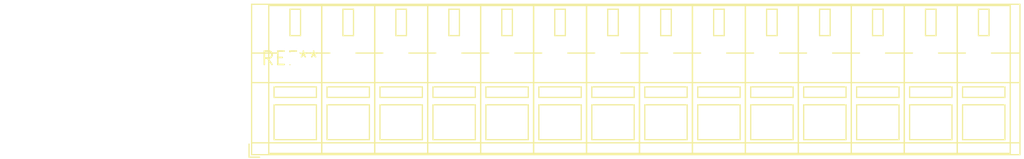
<source format=kicad_pcb>
(kicad_pcb (version 20240108) (generator pcbnew)
  (layers (0 "F.Cu" signal) (31 "B.Cu" signal) (34 "B.Paste" user) (35 "F.Paste" user) (36 "B.SilkS" user "B.Silkscreen") (37 "F.SilkS" user "F.Silkscreen") (38 "B.Mask" user) (39 "F.Mask" user) (44 "Edge.Cuts" user))
  (net 0 "")
  (footprint "TerminalBlock_WAGO_236-114_1x14_P5.00mm_45Degree" (layer "F.Cu") (at 0 0)
    (property "Reference" "REF**")
    (property "Value" "TerminalBlock_WAGO_236-114_1x14_P5.00mm_45Degree")
    (fp_line (start -3.86 8.12) (end -3.86 9.36) (layer "F.SilkS") (stroke (width 0.12)))
    (fp_line (start -3.86 9.36) (end -2.86 9.36) (layer "F.SilkS") (stroke (width 0.12)))
    (fp_line (start -3.62 -5.12) (end -3.62 9.12) (layer "F.SilkS") (stroke (width 0.12)))
    (fp_line (start -3.62 -5.12) (end 68.92 -5.12) (layer "F.SilkS") (stroke (width 0.12)))
    (fp_line (start -3.62 -0.5) (end -1.23 -0.5) (layer "F.SilkS") (stroke (width 0.12)))
    (fp_line (start -3.62 2.3) (end 68.92 2.3) (layer "F.SilkS") (stroke (width 0.12)))
    (fp_line (start -3.62 8) (end 68.92 8) (layer "F.SilkS") (stroke (width 0.12)))
    (fp_line (start -3.62 9.12) (end 68.92 9.12) (layer "F.SilkS") (stroke (width 0.12)))
    (fp_line (start -2 -5) (end -2 9) (layer "F.SilkS") (stroke (width 0.12)))
    (fp_line (start -2 -5) (end 3 -5) (layer "F.SilkS") (stroke (width 0.12)))
    (fp_line (start -2 9) (end 3 9) (layer "F.SilkS") (stroke (width 0.12)))
    (fp_line (start -1.5 2.7) (end -1.5 3.7) (layer "F.SilkS") (stroke (width 0.12)))
    (fp_line (start -1.5 2.7) (end 2.5 2.7) (layer "F.SilkS") (stroke (width 0.12)))
    (fp_line (start -1.5 3.7) (end 2.5 3.7) (layer "F.SilkS") (stroke (width 0.12)))
    (fp_line (start -1.5 4.4) (end -1.5 7.7) (layer "F.SilkS") (stroke (width 0.12)))
    (fp_line (start -1.5 4.4) (end 2.5 4.4) (layer "F.SilkS") (stroke (width 0.12)))
    (fp_line (start -1.5 7.7) (end 2.5 7.7) (layer "F.SilkS") (stroke (width 0.12)))
    (fp_line (start 0 -4.65) (end 0 -2.151) (layer "F.SilkS") (stroke (width 0.12)))
    (fp_line (start 0 -4.65) (end 1 -4.65) (layer "F.SilkS") (stroke (width 0.12)))
    (fp_line (start 0 -2.151) (end 1 -2.151) (layer "F.SilkS") (stroke (width 0.12)))
    (fp_line (start 1 -4.65) (end 1 -2.151) (layer "F.SilkS") (stroke (width 0.12)))
    (fp_line (start 1.23 -0.5) (end 3.77 -0.5) (layer "F.SilkS") (stroke (width 0.12)))
    (fp_line (start 2.5 2.7) (end 2.5 3.7) (layer "F.SilkS") (stroke (width 0.12)))
    (fp_line (start 2.5 4.4) (end 2.5 7.7) (layer "F.SilkS") (stroke (width 0.12)))
    (fp_line (start 3 -5) (end 3 9) (layer "F.SilkS") (stroke (width 0.12)))
    (fp_line (start 3 -5) (end 3 9) (layer "F.SilkS") (stroke (width 0.12)))
    (fp_line (start 3 -5) (end 8 -5) (layer "F.SilkS") (stroke (width 0.12)))
    (fp_line (start 3 9) (end 8 9) (layer "F.SilkS") (stroke (width 0.12)))
    (fp_line (start 3.5 2.7) (end 3.5 3.7) (layer "F.SilkS") (stroke (width 0.12)))
    (fp_line (start 3.5 2.7) (end 7.5 2.7) (layer "F.SilkS") (stroke (width 0.12)))
    (fp_line (start 3.5 3.7) (end 7.5 3.7) (layer "F.SilkS") (stroke (width 0.12)))
    (fp_line (start 3.5 4.4) (end 3.5 7.7) (layer "F.SilkS") (stroke (width 0.12)))
    (fp_line (start 3.5 4.4) (end 7.5 4.4) (layer "F.SilkS") (stroke (width 0.12)))
    (fp_line (start 3.5 7.7) (end 7.5 7.7) (layer "F.SilkS") (stroke (width 0.12)))
    (fp_line (start 5 -4.65) (end 5 -2.151) (layer "F.SilkS") (stroke (width 0.12)))
    (fp_line (start 5 -4.65) (end 6 -4.65) (layer "F.SilkS") (stroke (width 0.12)))
    (fp_line (start 5 -2.151) (end 6 -2.151) (layer "F.SilkS") (stroke (width 0.12)))
    (fp_line (start 6 -4.65) (end 6 -2.151) (layer "F.SilkS") (stroke (width 0.12)))
    (fp_line (start 6.23 -0.5) (end 8.77 -0.5) (layer "F.SilkS") (stroke (width 0.12)))
    (fp_line (start 7.5 2.7) (end 7.5 3.7) (layer "F.SilkS") (stroke (width 0.12)))
    (fp_line (start 7.5 4.4) (end 7.5 7.7) (layer "F.SilkS") (stroke (width 0.12)))
    (fp_line (start 8 -5) (end 8 9) (layer "F.SilkS") (stroke (width 0.12)))
    (fp_line (start 8 -5) (end 8 9) (layer "F.SilkS") (stroke (width 0.12)))
    (fp_line (start 8 -5) (end 13 -5) (layer "F.SilkS") (stroke (width 0.12)))
    (fp_line (start 8 9) (end 13 9) (layer "F.SilkS") (stroke (width 0.12)))
    (fp_line (start 8.5 2.7) (end 8.5 3.7) (layer "F.SilkS") (stroke (width 0.12)))
    (fp_line (start 8.5 2.7) (end 12.5 2.7) (layer "F.SilkS") (stroke (width 0.12)))
    (fp_line (start 8.5 3.7) (end 12.5 3.7) (layer "F.SilkS") (stroke (width 0.12)))
    (fp_line (start 8.5 4.4) (end 8.5 7.7) (layer "F.SilkS") (stroke (width 0.12)))
    (fp_line (start 8.5 4.4) (end 12.5 4.4) (layer "F.SilkS") (stroke (width 0.12)))
    (fp_line (start 8.5 7.7) (end 12.5 7.7) (layer "F.SilkS") (stroke (width 0.12)))
    (fp_line (start 10 -4.65) (end 10 -2.151) (layer "F.SilkS") (stroke (width 0.12)))
    (fp_line (start 10 -4.65) (end 11 -4.65) (layer "F.SilkS") (stroke (width 0.12)))
    (fp_line (start 10 -2.151) (end 11 -2.151) (layer "F.SilkS") (stroke (width 0.12)))
    (fp_line (start 11 -4.65) (end 11 -2.151) (layer "F.SilkS") (stroke (width 0.12)))
    (fp_line (start 11.23 -0.5) (end 13.77 -0.5) (layer "F.SilkS") (stroke (width 0.12)))
    (fp_line (start 12.5 2.7) (end 12.5 3.7) (layer "F.SilkS") (stroke (width 0.12)))
    (fp_line (start 12.5 4.4) (end 12.5 7.7) (layer "F.SilkS") (stroke (width 0.12)))
    (fp_line (start 13 -5) (end 13 9) (layer "F.SilkS") (stroke (width 0.12)))
    (fp_line (start 13 -5) (end 13 9) (layer "F.SilkS") (stroke (width 0.12)))
    (fp_line (start 13 -5) (end 18 -5) (layer "F.SilkS") (stroke (width 0.12)))
    (fp_line (start 13 9) (end 18 9) (layer "F.SilkS") (stroke (width 0.12)))
    (fp_line (start 13.5 2.7) (end 13.5 3.7) (layer "F.SilkS") (stroke (width 0.12)))
    (fp_line (start 13.5 2.7) (end 17.5 2.7) (layer "F.SilkS") (stroke (width 0.12)))
    (fp_line (start 13.5 3.7) (end 17.5 3.7) (layer "F.SilkS") (stroke (width 0.12)))
    (fp_line (start 13.5 4.4) (end 13.5 7.7) (layer "F.SilkS") (stroke (width 0.12)))
    (fp_line (start 13.5 4.4) (end 17.5 4.4) (layer "F.SilkS") (stroke (width 0.12)))
    (fp_line (start 13.5 7.7) (end 17.5 7.7) (layer "F.SilkS") (stroke (width 0.12)))
    (fp_line (start 15 -4.65) (end 15 -2.151) (layer "F.SilkS") (stroke (width 0.12)))
    (fp_line (start 15 -4.65) (end 16 -4.65) (layer "F.SilkS") (stroke (width 0.12)))
    (fp_line (start 15 -2.151) (end 16 -2.151) (layer "F.SilkS") (stroke (width 0.12)))
    (fp_line (start 16 -4.65) (end 16 -2.151) (layer "F.SilkS") (stroke (width 0.12)))
    (fp_line (start 16.23 -0.5) (end 18.77 -0.5) (layer "F.SilkS") (stroke (width 0.12)))
    (fp_line (start 17.5 2.7) (end 17.5 3.7) (layer "F.SilkS") (stroke (width 0.12)))
    (fp_line (start 17.5 4.4) (end 17.5 7.7) (layer "F.SilkS") (stroke (width 0.12)))
    (fp_line (start 18 -5) (end 18 9) (layer "F.SilkS") (stroke (width 0.12)))
    (fp_line (start 18 -5) (end 18 9) (layer "F.SilkS") (stroke (width 0.12)))
    (fp_line (start 18 -5) (end 23 -5) (layer "F.SilkS") (stroke (width 0.12)))
    (fp_line (start 18 9) (end 23 9) (layer "F.SilkS") (stroke (width 0.12)))
    (fp_line (start 18.5 2.7) (end 18.5 3.7) (layer "F.SilkS") (stroke (width 0.12)))
    (fp_line (start 18.5 2.7) (end 22.5 2.7) (layer "F.SilkS") (stroke (width 0.12)))
    (fp_line (start 18.5 3.7) (end 22.5 3.7) (layer "F.SilkS") (stroke (width 0.12)))
    (fp_line (start 18.5 4.4) (end 18.5 7.7) (layer "F.SilkS") (stroke (width 0.12)))
    (fp_line (start 18.5 4.4) (end 22.5 4.4) (layer "F.SilkS") (stroke (width 0.12)))
    (fp_line (start 18.5 7.7) (end 22.5 7.7) (layer "F.SilkS") (stroke (width 0.12)))
    (fp_line (start 20 -4.65) (end 20 -2.151) (layer "F.SilkS") (stroke (width 0.12)))
    (fp_line (start 20 -4.65) (end 21 -4.65) (layer "F.SilkS") (stroke (width 0.12)))
    (fp_line (start 20 -2.151) (end 21 -2.151) (layer "F.SilkS") (stroke (width 0.12)))
    (fp_line (start 21 -4.65) (end 21 -2.151) (layer "F.SilkS") (stroke (width 0.12)))
    (fp_line (start 21.23 -0.5) (end 23.77 -0.5) (layer "F.SilkS") (stroke (width 0.12)))
    (fp_line (start 22.5 2.7) (end 22.5 3.7) (layer "F.SilkS") (stroke (width 0.12)))
    (fp_line (start 22.5 4.4) (end 22.5 7.7) (layer "F.SilkS") (stroke (width 0.12)))
    (fp_line (start 23 -5) (end 23 9) (layer "F.SilkS") (stroke (width 0.12)))
    (fp_line (start 23 -5) (end 23 9) (layer "F.SilkS") (stroke (width 0.12)))
    (fp_line (start 23 -5) (end 28 -5) (layer "F.SilkS") (stroke (width 0.12)))
    (fp_line (start 23 9) (end 28 9) (layer "F.SilkS") (stroke (width 0.12)))
    (fp_line (start 23.5 2.7) (end 23.5 3.7) (layer "F.SilkS") (stroke (width 0.12)))
    (fp_line (start 23.5 2.7) (end 27.5 2.7) (layer "F.SilkS") (stroke (width 0.12)))
    (fp_line (start 23.5 3.7) (end 27.5 3.7) (layer "F.SilkS") (stroke (width 0.12)))
    (fp_line (start 23.5 4.4) (end 23.5 7.7) (layer "F.SilkS") (stroke (width 0.12)))
    (fp_line (start 23.5 4.4) (end 27.5 4.4) (layer "F.SilkS") (stroke (width 0.12)))
    (fp_line (start 23.5 7.7) (end 27.5 7.7) (layer "F.SilkS") (stroke (width 0.12)))
    (fp_line (start 25 -4.65) (end 25 -2.151) (layer "F.SilkS") (stroke (width 0.12)))
    (fp_line (start 25 -4.65) (end 26 -4.65) (layer "F.SilkS") (stroke (width 0.12)))
    (fp_line (start 25 -2.151) (end 26 -2.151) (layer "F.SilkS") (stroke (width 0.12)))
    (fp_line (start 26 -4.65) (end 26 -2.151) (layer "F.SilkS") (stroke (width 0.12)))
    (fp_line (start 26.23 -0.5) (end 28.77 -0.5) (layer "F.SilkS") (stroke (width 0.12)))
    (fp_line (start 27.5 2.7) (end 27.5 3.7) (layer "F.SilkS") (stroke (width 0.12)))
    (fp_line (start 27.5 4.4) (end 27.5 7.7) (layer "F.SilkS") (stroke (width 0.12)))
    (fp_line (start 28 -5) (end 28 9) (layer "F.SilkS") (stroke (width 0.12)))
    (fp_line (start 28 -5) (end 28 9) (layer "F.SilkS") (stroke (width 0.12)))
    (fp_line (start 28 -5) (end 33 -5) (layer "F.SilkS") (stroke (width 0.12)))
    (fp_line (start 28 9) (end 33 9) (layer "F.SilkS") (stroke (width 0.12)))
    (fp_line (start 28.5 2.7) (end 28.5 3.7) (layer "F.SilkS") (stroke (width 0.12)))
    (fp_line (start 28.5 2.7) (end 32.5 2.7) (layer "F.SilkS") (stroke (width 0.12)))
    (fp_line (start 28.5 3.7) (end 32.5 3.7) (layer "F.SilkS") (stroke (width 0.12)))
    (fp_line (start 28.5 4.4) (end 28.5 7.7) (layer "F.SilkS") (stroke (width 0.12)))
    (fp_line (start 28.5 4.4) (end 32.5 4.4) (layer "F.SilkS") (stroke (width 0.12)))
    (fp_line (start 28.5 7.7) (end 32.5 7.7) (layer "F.SilkS") (stroke (width 0.12)))
    (fp_line (start 30 -4.65) (end 30 -2.151) (layer "F.SilkS") (stroke (width 0.12)))
    (fp_line (start 30 -4.65) (end 31 -4.65) (layer "F.SilkS") (stroke (width 0.12)))
    (fp_line (start 30 -2.151) (end 31 -2.151) (layer "F.SilkS") (stroke (width 0.12)))
    (fp_line (start 31 -4.65) (end 31 -2.151) (layer "F.SilkS") (stroke (width 0.12)))
    (fp_line (start 31.23 -0.5) (end 33.77 -0.5) (layer "F.SilkS") (stroke (width 0.12)))
    (fp_line (start 32.5 2.7) (end 32.5 3.7) (layer "F.SilkS") (stroke (width 0.12)))
    (fp_line (start 32.5 4.4) (end 32.5 7.7) (layer "F.SilkS") (stroke (width 0.12)))
    (fp_line (start 33 -5) (end 33 9) (layer "F.SilkS") (stroke (width 0.12)))
    (fp_line (start 33 -5) (end 33 9) (layer "F.SilkS") (stroke (width 0.12)))
    (fp_line (start 33 -5) (end 38 -5) (layer "F.SilkS") (stroke (width 0.12)))
    (fp_line (start 33 9) (end 38 9) (layer "F.SilkS") (stroke (width 0.12)))
    (fp_line (start 33.5 2.7) (end 33.5 3.7) (layer "F.SilkS") (stroke (width 0.12)))
    (fp_line (start 33.5 2.7) (end 37.5 2.7) (layer "F.SilkS") (stroke (width 0.12)))
    (fp_line (start 33.5 3.7) (end 37.5 3.7) (layer "F.SilkS") (stroke (width 0.12)))
    (fp_line (start 33.5 4.4) (end 33.5 7.7) (layer "F.SilkS") (stroke (width 0.12)))
    (fp_line (start 33.5 4.4) (end 37.5 4.4) (layer "F.SilkS") (stroke (width 0.12)))
    (fp_line (start 33.5 7.7) (end 37.5 7.7) (layer "F.SilkS") (stroke (width 0.12)))
    (fp_line (start 35 -4.65) (end 35 -2.151) (layer "F.SilkS") (stroke (width 0.12)))
    (fp_line (start 35 -4.65) (end 36 -4.65) (layer "F.SilkS") (stroke (width 0.12)))
    (fp_line (start 35 -2.151) (end 36 -2.151) (layer "F.SilkS") (stroke (width 0.12)))
    (fp_line (start 36 -4.65) (end 36 -2.151) (layer "F.SilkS") (stroke (width 0.12)))
    (fp_line (start 36.23 -0.5) (end 38.77 -0.5) (layer "F.SilkS") (stroke (width 0.12)))
    (fp_line (start 37.5 2.7) (end 37.5 3.7) (layer "F.SilkS") (stroke (width 0.12)))
    (fp_line (start 37.5 4.4) (end 37.5 7.7) (layer "F.SilkS") (stroke (width 0.12)))
    (fp_line (start 38 -5) (end 38 9) (layer "F.SilkS") (stroke (width 0.12)))
    (fp_line (start 38 -5) (end 38 9) (layer "F.SilkS") (stroke (width 0.12)))
    (fp_line (start 38 -5) (end 43 -5) (layer "F.SilkS") (stroke (width 0.12)))
    (fp_line (start 38 9) (end 43 9) (layer "F.SilkS") (stroke (width 0.12)))
    (fp_line (start 38.5 2.7) (end 38.5 3.7) (layer "F.SilkS") (stroke (width 0.12)))
    (fp_line (start 38.5 2.7) (end 42.5 2.7) (layer "F.SilkS") (stroke (width 0.12)))
    (fp_line (start 38.5 3.7) (end 42.5 3.7) (layer "F.SilkS") (stroke (width 0.12)))
    (fp_line (start 38.5 4.4) (end 38.5 7.7) (layer "F.SilkS") (stroke (width 0.12)))
    (fp_line (start 38.5 4.4) (end 42.5 4.4) (layer "F.SilkS") (stroke (width 0.12)))
    (fp_line (start 38.5 7.7) (end 42.5 7.7) (layer "F.SilkS") (stroke (width 0.12)))
    (fp_line (start 40 -4.65) (end 40 -2.151) (layer "F.SilkS") (stroke (width 0.12)))
    (fp_line (start 40 -4.65) (end 41 -4.65) (layer "F.SilkS") (stroke (width 0.12)))
    (fp_line (start 40 -2.151) (end 41 -2.151) (layer "F.SilkS") (stroke (width 0.12)))
    (fp_line (start 41 -4.65) (end 41 -2.151) (layer "F.SilkS") (stroke (width 0.12)))
    (fp_line (start 41.23 -0.5) (end 43.77 -0.5) (layer "F.SilkS") (stroke (width 0.12)))
    (fp_line (start 42.5 2.7) (end 42.5 3.7) (layer "F.SilkS") (stroke (width 0.12)))
    (fp_line (start 42.5 4.4) (end 42.5 7.7) (layer "F.SilkS") (stroke (width 0.12)))
    (fp_line (start 43 -5) (end 43 9) (layer "F.SilkS") (stroke (width 0.12)))
    (fp_line (start 43 -5) (end 43 9) (layer "F.SilkS") (stroke (width 0.12)))
    (fp_line (start 43 -5) (end 48 -5) (layer "F.SilkS") (stroke (width 0.12)))
    (fp_line (start 43 9) (end 48 9) (layer "F.SilkS") (stroke (width 0.12)))
    (fp_line (start 43.5 2.7) (end 43.5 3.7) (layer "F.SilkS") (stroke (width 0.12)))
    (fp_line (start 43.5 2.7) (end 47.5 2.7) (layer "F.SilkS") (stroke (width 0.12)))
    (fp_line (start 43.5 3.7) (end 47.5 3.7) (layer "F.SilkS") (stroke (width 0.12)))
    (fp_line (start 43.5 4.4) (end 43.5 7.7) (layer "F.SilkS") (stroke (width 0.12)))
    (fp_line (start 43.5 4.4) (end 47.5 4.4) (layer "F.SilkS") (stroke (width 0.12)))
    (fp_line (start 43.5 7.7) (end 47.5 7.7) (layer "F.SilkS") (stroke (width 0.12)))
    (fp_line (start 45 -4.65) (end 45 -2.151) (layer "F.SilkS") (stroke (width 0.12)))
    (fp_line (start 45 -4.65) (end 46 -4.65) (layer "F.SilkS") (stroke (width 0.12)))
    (fp_line (start 45 -2.151) (end 46 -2.151) (layer "F.SilkS") (stroke (width 0.12)))
    (fp_line (start 46 -4.65) (end 46 -2.151) (layer "F.SilkS") (stroke (width 0.12)))
    (fp_line (start 46.23 -0.5) (end 48.77 -0.5) (layer "F.SilkS") (stroke (width 0.12)))
    (fp_line (start 47.5 2.7) (end 47.5 3.7) (layer "F.SilkS") (stroke (width 0.12)))
    (fp_line (start 47.5 4.4) (end 47.5 7.7) (layer "F.SilkS") (stroke (width 0.12)))
    (fp_line (start 48 -5) (end 48 9) (layer "F.SilkS") (stroke (width 0.12)))
    (fp_line (start 48 -5) (end 48 9) (layer "F.SilkS") (stroke (width 0.12)))
    (fp_line (start 48 -5) (end 53 -5) (layer "F.SilkS") (stroke (width 0.12)))
    (fp_line (start 48 9) (end 53 9) (layer "F.SilkS") (stroke (width 0.12)))
    (fp_line (start 48.5 2.7) (end 48.5 3.7) (layer "F.SilkS") (stroke (width 0.12)))
    (fp_line (start 48.5 2.7) (end 52.5 2.7) (layer "F.SilkS") (stroke (width 0.12)))
    (fp_line (start 48.5 3.7) (end 52.5 3.7) (layer "F.SilkS") (stroke (width 0.12)))
    (fp_line (start 48.5 4.4) (end 48.5 7.7) (layer "F.SilkS") (stroke (width 0.12)))
    (fp_line (start 48.5 4.4) (end 52.5 4.4) (layer "F.SilkS") (stroke (width 0.12)))
    (fp_line (start 48.5 7.7) (end 52.5 7.7) (layer "F.SilkS") (stroke (width 0.12)))
    (fp_line (start 50 -4.65) (end 50 -2.151) (layer "F.SilkS") (stroke (width 0.12)))
    (fp_line (start 50 -4.65) (end 51 -4.65) (layer "F.SilkS") (stroke (width 0.12)))
    (fp_line (start 50 -2.151) (end 51 -2.151) (layer "F.SilkS") (stroke (width 0.12)))
    (fp_line (start 51 -4.65) (end 51 -2.151) (layer "F.SilkS") (stroke (width 0.12)))
    (fp_line (start 51.23 -0.5) (end 53.77 -0.5) (layer "F.SilkS") (stroke (width 0.12)))
    (fp_line (start 52.5 2.7) (end 52.5 3.7) (layer "F.SilkS") (stroke (width 0.12)))
    (fp_line (start 52.5 4.4) (end 52.5 7.7) (layer "F.SilkS") (stroke (width 0.12)))
    (fp_line (start 53 -5) (end 53 9) (layer "F.SilkS") (stroke (width 0.12)))
    (fp_line (start 53 -5) (end 53 9) (layer "F.SilkS") (stroke (width 0.12)))
    (fp_line (start 53 -5) (end 58 -5) (layer "F.SilkS") (stroke (width 0.12)))
    (fp_line (start 53 9) (end 58 9) (layer "F.SilkS") (stroke (width 0.12)))
    (fp_line (start 53.5 2.7) (end 53.5 3.7) (layer "F.SilkS") (stroke (width 0.12)))
    (fp_line (start 53.5 2.7) (end 57.5 2.7) (layer "F.SilkS") (stroke (width 0.12)))
    (fp_line (start 53.5 3.7) (end 57.5 3.7) (layer "F.SilkS") (stroke (width 0.12)))
    (fp_line (start 53.5 4.4) (end 53.5 7.7) (layer "F.SilkS") (stroke (width 0.12)))
    (fp_line (start 53.5 4.4) (end 57.5 4.4) (layer "F.SilkS") (stroke (width 0.12)))
    (fp_line (start 53.5 7.7) (end 57.5 7.7) (layer "F.SilkS") (stroke (width 0.12)))
    (fp_line (start 55 -4.65) (end 55 -2.151) (layer "F.SilkS") (stroke (width 0.12)))
    (fp_line (start 55 -4.65) (end 56 -4.65) (layer "F.SilkS") (stroke (width 0.12)))
    (fp_line (start 55 -2.151) (end 56 -2.151) (layer "F.SilkS") (stroke (width 0.12)))
    (fp_line (start 56 -4.65) (end 56 -2.151) (layer "F.SilkS") (stroke (width 0.12)))
    (fp_line (start 56.23 -0.5) (end 58.77 -0.5) (layer "F.SilkS") (stroke (width 0.12)))
    (fp_line (start 57.5 2.7) (end 57.5 3.7) (layer "F.SilkS") (stroke (width 0.12)))
    (fp_line (start 57.5 4.4) (end 57.5 7.7) (layer "F.SilkS") (stroke (width 0.12)))
    (fp_line (start 58 -5) (end 58 9) (layer "F.SilkS") (stroke (width 0.12)))
    (fp_line (start 58 -5) (end 58 9) (layer "F.SilkS") (stroke (width 0.12)))
    (fp_line (start 58 -5) (end 63 -5) (layer "F.SilkS") (stroke (width 0.12)))
    (fp_line (start 58 9) (end 63 9) (layer "F.SilkS") (stroke (width 0.12)))
    (fp_line (start 58.5 2.7) (end 58.5 3.7) (layer "F.SilkS") (stroke (width 0.12)))
    (fp_line (start 58.5 2.7) (end 62.5 2.7) (layer "F.SilkS") (stroke (width 0.12)))
    (fp_line (start 58.5 3.7) (end 62.5 3.7) (layer "F.SilkS") (stroke (width 0.12)))
    (fp_line (start 58.5 4.4) (end 58.5 7.7) (layer "F.SilkS") (stroke (width 0.12)))
    (fp_line (start 58.5 4.4) (end 62.5 4.4) (layer "F.SilkS") (stroke (width 0.12)))
    (fp_line (start 58.5 7.7) (end 62.5 7.7) (layer "F.SilkS") (stroke (width 0.12)))
    (fp_line (start 60 -4.65) (end 60 -2.151) (layer "F.SilkS") (stroke (width 0.12)))
    (fp_line (start 60 -4.65) (end 61 -4.65) (layer "F.SilkS") (stroke (width 0.12)))
    (fp_line (start 60 -2.151) (end 61 -2.151) (layer "F.SilkS") (stroke (width 0.12)))
    (fp_line (start 61 -4.65) (end 61 -2.151) (layer "F.SilkS") (stroke (width 0.12)))
    (fp_line (start 61.23 -0.5) (end 63.77 -0.5) (layer "F.SilkS") (stroke (width 0.12)))
    (fp_line (start 62.5 2.7) (end 62.5 3.7) (layer "F.SilkS") (stroke (width 0.12)))
    (fp_line (start 62.5 4.4) (end 62.5 7.7) (layer "F.SilkS") (stroke (width 0.12)))
    (fp_line (start 63 -5) (end 63 9) (layer "F.SilkS") (stroke (width 0.12)))
    (fp_line (start 63 -5) (end 63 9) (layer "F.SilkS") (stroke (width 0.12)))
    (fp_line (start 63 -5) (end 68 -5) (layer "F.SilkS") (stroke (width 0.12)))
    (fp_line (start 63 9) (end 68 9) (layer "F.SilkS") (stroke (width 0.12)))
    (fp_line (start 63.5 2.7) (end 63.5 3.7) (layer "F.SilkS") (stroke (width 0.12)))
    (fp_line (start 63.5 2.7) (end 67.5 2.7) (layer "F.SilkS") (stroke (width 0.12)))
    (fp_line (start 63.5 3.7) (end 67.5 3.7) (layer "F.SilkS") (stroke (width 0.12)))
    (fp_line (start 63.5 4.4) (end 63.5 7.7) (layer "F.SilkS") (stroke (width 0.12)))
    (fp_line (start 63.5 4.4) (end 67.5 4.4) (layer "F.SilkS") (stroke (width 0.12)))
    (fp_line (start 63.5 7.7) (end 67.5 7.7) (layer "F.SilkS") (stroke (width 0.12)))
    (fp_line (start 65 -4.65) (end 65 -2.151) (layer "F.SilkS") (stroke (width 0.12)))
    (fp_line (start 65 -4.65) (end 66 -4.65) (layer "F.SilkS") (stroke (width 0.12)))
    (fp_line (start 65 -2.151) (end 66 -2.151) (layer "F.SilkS") (stroke (width 0.12)))
    (fp_line (start 66 -4.65) (end 66 -2.151) (layer "F.SilkS") (stroke (width 0.12)))
    (fp_line (start 66.23 -0.5) (end 68.92 -0.5) (layer "F.SilkS") (stroke (width 0.12)))
    (fp_line (start 67.5 2.7) (end 67.5 3.7) (layer "F.SilkS") (stroke (width 0.12)))
    (fp_line (start 67.5 4.4) (end 67.5 7.7) (layer "F.SilkS") (stroke (width 0.12)))
    (fp_line (start 68 -5) (end 68 9) (layer "F.SilkS") (stroke (width 0.12)))
    (fp_line (start 68.92 -5.12) (end 68.92 9.12) (layer "F.SilkS") (stroke (width 0.12)))
    (pad "1" thru_hole rect (at 0 0) (size 1.5 3) (drill 1.15) (layers *.Cu *.Mask) (remove_unused_layers))
    (pad "2" thru_hole oval (at 5 0) (size 1.5 3) (drill 1.15) (layers *.Cu *.Mask) (remove_unused_layers))
    (pad "3" thru_hole oval (at 10 0) (size 1.5 3) (drill 1.15) (layers *.Cu *.Mask) (remove_unused_layers))
    (pad "4" thru_hole oval (at 15 0) (size 1.5 3) (drill 1.15) (layers *.Cu *.Mask) (remove_unused_layers))
    (pad "5" thru_hole oval (at 20 0) (size 1.5 3) (drill 1.15) (layers *.Cu *.Mask) (remove_unused_layers))
    (pad "6" thru_hole oval (at 25 0) (size 1.5 3) (drill 1.15) (layers *.Cu *.Mask) (remove_unused_layers))
    (pad "7" thru_hole oval (at 30 0) (size 1.5 3) (drill 1.15) (layers *.Cu *.Mask) (remove_unused_layers))
    (pad "8" thru_hole oval (at 35 0) (size 1.5 3) (drill 1.15) (layers *.Cu *.Mask) (remove_unused_layers))
    (pad "9" thru_hole oval (at 40 0) (size 1.5 3) (drill 1.15) (layers *.Cu *.Mask) (remove_unused_layers))
    (pad "10" thru_hole oval (at 45 0) (size 1.5 3) (drill 1.15) (layers *.Cu *.Mask) (remove_unused_layers))
    (pad "11" thru_hole oval (at 50 0) (size 1.5 3) (drill 1.15) (layers *.Cu *.Mask) (remove_unused_layers))
    (pad "12" thru_hole oval (at 55 0) (size 1.5 3) (drill 1.15) (layers *.Cu *.Mask) (remove_unused_layers))
    (pad "13" thru_hole oval (at 60 0) (size 1.5 3) (drill 1.15) (layers *.Cu *.Mask) (remove_unused_layers))
    (pad "14" thru_hole oval (at 65 0) (size 1.5 3) (drill 1.15) (layers *.Cu *.Mask) (remove_unused_layers))
  )
)
</source>
